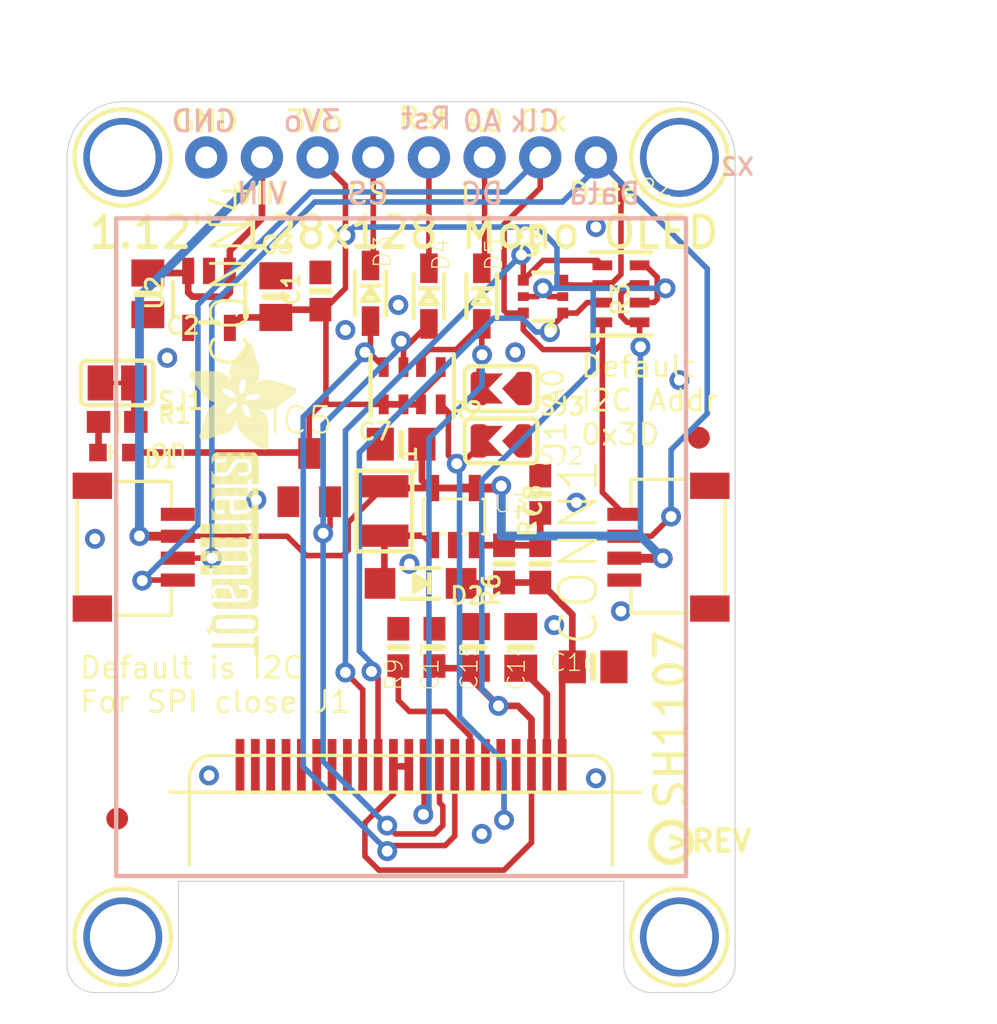
<source format=kicad_pcb>
(kicad_pcb (version 20171130) (host pcbnew 5.1.6-c6e7f7d~87~ubuntu18.04.1)
  (layers (0 Top signal) (31 Bottom signal) (34 B.Paste user) (35 F.Paste user) (36 B.SilkS user) (37 F.SilkS user) (38 B.Mask user) (39 F.Mask user) (44 Edge.Cuts user))
  (net 0 "")
  (net 1 GND)
  (net 2 3.3V)
  (net 3 VCC)
  (net 4 12V)
  (net 5 /SCL)
  (net 6 /SDA)
  (net 7 "Net-(D1-PadC)")
  (net 8 "Net-(R1-Pad2)")
  (net 9 "Net-(U2-Pad4)")
  (net 10 /D1/MOSI/SDA1_3.3V)
  (net 11 /D0/SCLK/SCK_3.3V)
  (net 12 /RST_3.3V)
  (net 13 "Net-(R2-Pad8)")
  (net 14 /CS_3.3V)
  (net 15 /CS_5.0V)
  (net 16 /RST_5.0V)
  (net 17 /DC/SA0_3.3V)
  (net 18 /DC/SA0_5.0V)
  (net 19 "Net-(R9-Pad2)")
  (net 20 "Net-(C14-Pad2)")
  (net 21 "Net-(C8-Pad2)")
  (net 22 "Net-(D2-PadA)")
  (module "Adafruit Monochrome 1.12in 128x128 OLED:0805-NO" (layer Top) (at 136.9441 93.4466 270)
    (fp_text reference C2 (at 1.905 -0.762) (layer F.SilkS) (effects (font (size 0.77216 0.77216) (thickness 0.138988)) (justify left bottom)))
    (fp_text value 10uF)
    (pad 2 smd rect (at 0.95 0 270) (size 1.24 1.5) (layers Top F.Paste F.Mask) (net 1 GND))
    (pad 1 smd rect (at -0.95 0 270) (size 1.24 1.5) (layers Top F.Paste F.Mask) (net 3 VCC))
  )
  (module "Adafruit Monochrome 1.12in 128x128 OLED:SOT23-5" (layer Top) (at 139.7381 93.7006 180)
    (fp_text reference U2 (at 2.032 -0.562 90) (layer F.SilkS) (effects (font (size 0.77216 0.77216) (thickness 0.138988)) (justify left bottom)))
    (fp_text value AP2112K-3.3)
    (pad 5 smd rect (at -0.95 -1.3001 180) (size 0.55 1.2) (layers Top F.Paste F.Mask) (net 2 3.3V))
    (pad 4 smd rect (at 0.95 -1.3001 180) (size 0.55 1.2) (layers Top F.Paste F.Mask) (net 9 "Net-(U2-Pad4)"))
    (pad 3 smd rect (at 0.95 1.3001 180) (size 0.55 1.2) (layers Top F.Paste F.Mask) (net 3 VCC))
    (pad 2 smd rect (at 0 1.3001 180) (size 0.55 1.2) (layers Top F.Paste F.Mask) (net 1 GND))
    (pad 1 smd rect (at -0.95 1.3001 180) (size 0.55 1.2) (layers Top F.Paste F.Mask) (net 3 VCC))
  )
  (module "Adafruit Monochrome 1.12in 128x128 OLED:0805-NO" (layer Top) (at 142.7861 93.5736 90)
    (fp_text reference C3 (at 1.905 -0.762) (layer F.SilkS) (effects (font (size 0.77216 0.77216) (thickness 0.138988)) (justify left bottom)))
    (fp_text value 10uF)
    (pad 2 smd rect (at 0.95 0 90) (size 1.24 1.5) (layers Top F.Paste F.Mask) (net 1 GND))
    (pad 1 smd rect (at -0.95 0 90) (size 1.24 1.5) (layers Top F.Paste F.Mask) (net 2 3.3V))
  )
  (module "Adafruit Monochrome 1.12in 128x128 OLED:0603-NO" (layer Top) (at 144.8181 93.3196 90)
    (fp_text reference C1 (at -0.762 -0.889 90) (layer F.SilkS) (effects (font (size 0.77216 0.77216) (thickness 0.138988)) (justify left bottom)))
    (fp_text value 0.1uF)
    (pad 2 smd rect (at 0.85 0 90) (size 1.075 1) (layers Top F.Paste F.Mask) (net 1 GND))
    (pad 1 smd rect (at -0.85 0 90) (size 1.075 1) (layers Top F.Paste F.Mask) (net 2 3.3V))
  )
  (module "Adafruit Monochrome 1.12in 128x128 OLED:RESPACK_4X0603" (layer Top) (at 158.5341 93.4466 90)
    (fp_text reference R3 (at -1.092 0.432 90) (layer F.SilkS) (effects (font (size 0.77216 0.77216) (thickness 0.138988)) (justify left bottom)))
    (fp_text value 10K)
    (pad 3 smd rect (at 0.4 0.85 90) (size 0.45 0.9) (layers Top F.Paste F.Mask) (net 3 VCC))
    (pad 2 smd rect (at -0.4 0.85 90) (size 0.45 0.9) (layers Top F.Paste F.Mask) (net 2 3.3V))
    (pad 4 smd rect (at 1.3 0.85 90) (size 0.45 0.9) (layers Top F.Paste F.Mask) (net 2 3.3V))
    (pad 5 smd rect (at 1.3 -0.85 90) (size 0.45 0.9) (layers Top F.Paste F.Mask) (net 10 /D1/MOSI/SDA1_3.3V))
    (pad 6 smd rect (at 0.4 -0.85 90) (size 0.45 0.9) (layers Top F.Paste F.Mask) (net 6 /SDA))
    (pad 7 smd rect (at -0.4 -0.85 90) (size 0.45 0.9) (layers Top F.Paste F.Mask) (net 11 /D0/SCLK/SCK_3.3V))
    (pad 1 smd rect (at -1.3 0.85 90) (size 0.45 0.9) (layers Top F.Paste F.Mask) (net 3 VCC))
    (pad 8 smd rect (at -1.3 -0.85 90) (size 0.45 0.9) (layers Top F.Paste F.Mask) (net 5 /SCL))
  )
  (module "Adafruit Monochrome 1.12in 128x128 OLED:SOT363" (layer Top) (at 154.9781 93.5736 90)
    (fp_text reference Q2 (at 1.651 -0.127 90) (layer F.SilkS) (effects (font (size 0.77216 0.77216) (thickness 0.138988)) (justify left bottom)))
    (fp_text value BSS138)
    (pad 6 smd rect (at -0.75 -0.9 90) (size 0.5 0.5) (layers Top F.Paste F.Mask) (net 5 /SCL))
    (pad 5 smd rect (at 0 -0.9 90) (size 0.4 0.5) (layers Top F.Paste F.Mask) (net 2 3.3V))
    (pad 4 smd rect (at 0.75 -0.9 90) (size 0.5 0.5) (layers Top F.Paste F.Mask) (net 10 /D1/MOSI/SDA1_3.3V))
    (pad 3 smd rect (at 0.75 0.9 90) (size 0.5 0.5) (layers Top F.Paste F.Mask) (net 6 /SDA))
    (pad 2 smd rect (at 0 0.9 90) (size 0.4 0.5) (layers Top F.Paste F.Mask) (net 2 3.3V))
    (pad 1 smd rect (at -0.75 0.9 90) (size 0.5 0.5) (layers Top F.Paste F.Mask) (net 11 /D0/SCLK/SCK_3.3V))
  )
  (module "Adafruit Monochrome 1.12in 128x128 OLED:MOUNTINGHOLE_3.0_PLATEDTHIN" (layer Top) (at 135.8011 87.2236)
    (fp_text reference U$1 hide)
    (fp_text value MOUNTINGHOLE3.0THIN hide)
    (pad P$1 thru_hole circle (at 0 0) (size 3.6 3.6) (drill 3) (layers *.Cu *.Mask))
  )
  (module "Adafruit Monochrome 1.12in 128x128 OLED:MOUNTINGHOLE_3.0_PLATEDTHIN" (layer Top) (at 161.2011 87.2236)
    (fp_text reference U$17 hide)
    (fp_text value MOUNTINGHOLE3.0THIN hide)
    (pad P$1 thru_hole circle (at 0 0) (size 3.6 3.6) (drill 3) (layers *.Cu *.Mask))
  )
  (module "Adafruit Monochrome 1.12in 128x128 OLED:JST_SH4" (layer Top) (at 135.8011 105.0036 270)
    (fp_text reference CONN4 (at -8.029 -5.9 90) (layer F.SilkS) (effects (font (size 1.6891 1.6891) (thickness 0.135128)) (justify left bottom)))
    (fp_text value STEMMA_I2C_QT hide)
    (pad MT2 smd rect (at 2.8 1.386) (size 1.8 1.2) (layers Top F.Paste F.Mask))
    (pad MT1 smd rect (at -2.8 1.386) (size 1.8 1.2) (layers Top F.Paste F.Mask))
    (pad 4 smd rect (at 1.5 -2.514) (size 1.55 0.6) (layers Top F.Paste F.Mask) (net 5 /SCL))
    (pad 1 smd rect (at -1.5 -2.514) (size 1.55 0.6) (layers Top F.Paste F.Mask) (net 1 GND))
    (pad 3 smd rect (at 0.5 -2.514) (size 1.55 0.6) (layers Top F.Paste F.Mask) (net 6 /SDA))
    (pad 2 smd rect (at -0.5 -2.514) (size 1.55 0.6) (layers Top F.Paste F.Mask) (net 3 VCC))
  )
  (module "Adafruit Monochrome 1.12in 128x128 OLED:FIDUCIAL_1MM" (layer Top) (at 135.5471 117.3861)
    (fp_text reference FID3 hide)
    (fp_text value FIDUCIAL_1MM hide)
    (pad 1 smd roundrect (at 0 0) (size 1 1) (layers Top F.Mask) (roundrect_rratio 0.5))
  )
  (module "Adafruit Monochrome 1.12in 128x128 OLED:FIDUCIAL_1MM" (layer Top) (at 162.0901 100.0125)
    (fp_text reference FID4 hide)
    (fp_text value FIDUCIAL_1MM hide)
    (pad 1 smd roundrect (at 0 0) (size 1 1) (layers Top F.Mask) (roundrect_rratio 0.5))
  )
  (module "Adafruit Monochrome 1.12in 128x128 OLED:MOUNTINGHOLE_3.0_PLATEDTHIN" (layer Top) (at 135.8011 122.7836)
    (fp_text reference U$19 hide)
    (fp_text value MOUNTINGHOLE3.0THIN hide)
    (pad P$1 thru_hole circle (at 0 0) (size 3.6 3.6) (drill 3) (layers *.Cu *.Mask))
  )
  (module "Adafruit Monochrome 1.12in 128x128 OLED:MOUNTINGHOLE_3.0_PLATEDTHIN" (layer Top) (at 161.2011 122.7836)
    (fp_text reference U$21 hide)
    (fp_text value MOUNTINGHOLE3.0THIN hide)
    (pad P$1 thru_hole circle (at 0 0) (size 3.6 3.6) (drill 3) (layers *.Cu *.Mask))
  )
  (module "Adafruit Monochrome 1.12in 128x128 OLED:PCBFEAT-REV-040" (layer Top) (at 160.8201 118.4656)
    (fp_text reference U$25 hide)
    (fp_text value "" hide)
    (fp_text user >REV (at -0.3556 0.508) (layer F.SilkS) (effects (font (size 0.9652 0.9652) (thickness 0.2032)) (justify left bottom)))
  )
  (module "Adafruit Monochrome 1.12in 128x128 OLED:STEMMAQT" (layer Top) (at 139.3571 100.6856 270)
    (fp_text reference U$31 hide)
    (fp_text value "" hide)
  )
  (module "Adafruit Monochrome 1.12in 128x128 OLED:CHIPLED_0603_NOOUTLINE" (layer Top) (at 135.4201 100.6856 90)
    (fp_text reference D1 (at -0.762 1.27) (layer F.SilkS) (effects (font (size 0.77216 0.77216) (thickness 0.138988)) (justify left bottom)))
    (fp_text value GREEN)
    (pad A smd rect (at 0 0.75 90) (size 0.8 0.8) (layers Top F.Paste F.Mask) (net 2 3.3V))
    (pad C smd rect (at 0 -0.75 90) (size 0.8 0.8) (layers Top F.Paste F.Mask) (net 7 "Net-(D1-PadC)"))
  )
  (module "Adafruit Monochrome 1.12in 128x128 OLED:0603-NO" (layer Top) (at 135.5471 99.2886)
    (fp_text reference R1 (at 1.778 0.127) (layer F.SilkS) (effects (font (size 0.77216 0.77216) (thickness 0.138988)) (justify left bottom)))
    (fp_text value 10K)
    (pad 2 smd rect (at 0.85 0) (size 1.075 1) (layers Top F.Paste F.Mask) (net 8 "Net-(R1-Pad2)"))
    (pad 1 smd rect (at -0.85 0) (size 1.075 1) (layers Top F.Paste F.Mask) (net 7 "Net-(D1-PadC)"))
  )
  (module "Adafruit Monochrome 1.12in 128x128 OLED:SOT23" (layer Top) (at 144.3101 101.8286)
    (fp_text reference IC5 (at -1.905 -1.905) (layer F.SilkS) (effects (font (size 1.2065 1.2065) (thickness 0.09652)) (justify left bottom)))
    (fp_text value APX803)
    (pad 1 smd rect (at -0.95 1.1) (size 1 1.4) (layers Top F.Paste F.Mask) (net 1 GND))
    (pad 2 smd rect (at 0.95 1.1) (size 1 1.4) (layers Top F.Paste F.Mask) (net 12 /RST_3.3V))
    (pad 3 smd rect (at 0 -1.1) (size 1 1.4) (layers Top F.Paste F.Mask) (net 2 3.3V))
  )
  (module "Adafruit Monochrome 1.12in 128x128 OLED:SOLDERJUMPER_ARROW_NOPASTE" (layer Top) (at 153.0731 100.155 180)
    (fp_text reference SJ2 (at -1.651 -1.143) (layer F.SilkS) (effects (font (size 0.77216 0.77216) (thickness 0.077216)) (justify left bottom)))
    (fp_text value SOLDERJUMPER)
    (fp_poly (pts (xy -0.077 -0.6866) (xy 0.5842 0) (xy -0.077 0.6866) (xy 1.293 0.6866) (xy 1.293 -0.6866)) (layer Top) (width 0))
    (fp_poly (pts (xy -1.293 -0.6866) (xy -0.6715 -0.6866) (xy -0.0349 0) (xy -0.7215 0.6866) (xy -1.293 0.6866)) (layer Top) (width 0))
    (pad 2 smd roundrect (at 1.016 0 180) (size 0.762 1.524) (layers Top F.Mask) (net 13 "Net-(R2-Pad8)"))
    (pad 1 smd roundrect (at -1.016 0 180) (size 0.762 1.524) (layers Top F.Mask) (net 1 GND))
  )
  (module "Adafruit Monochrome 1.12in 128x128 OLED:SOD-323" (layer Top) (at 147.1041 93.4212 270)
    (fp_text reference D3 (at -1.1 -1 90) (layer F.SilkS) (effects (font (size 0.77216 0.77216) (thickness 0.061772)) (justify left bottom)))
    (fp_text value 1N4148)
    (pad A smd rect (at 1.27 0 270) (size 1.35 0.8) (layers Top F.Paste F.Mask) (net 14 /CS_3.3V))
    (pad C smd rect (at -1.27 0 270) (size 1.35 0.8) (layers Top F.Paste F.Mask) (net 15 /CS_5.0V))
  )
  (module "Adafruit Monochrome 1.12in 128x128 OLED:SOD-323" (layer Top) (at 149.7711 93.5482 270)
    (fp_text reference D4 (at -1.1 -1 90) (layer F.SilkS) (effects (font (size 0.77216 0.77216) (thickness 0.061772)) (justify left bottom)))
    (fp_text value 1N4148)
    (pad A smd rect (at 1.27 0 270) (size 1.35 0.8) (layers Top F.Paste F.Mask) (net 12 /RST_3.3V))
    (pad C smd rect (at -1.27 0 270) (size 1.35 0.8) (layers Top F.Paste F.Mask) (net 16 /RST_5.0V))
  )
  (module "Adafruit Monochrome 1.12in 128x128 OLED:SOD-323" (layer Top) (at 152.1841 93.5482 270)
    (fp_text reference D5 (at -1.1 -1 90) (layer F.SilkS) (effects (font (size 0.77216 0.77216) (thickness 0.061772)) (justify left bottom)))
    (fp_text value 1N4148)
    (pad A smd rect (at 1.27 0 270) (size 1.35 0.8) (layers Top F.Paste F.Mask) (net 17 /DC/SA0_3.3V))
    (pad C smd rect (at -1.27 0 270) (size 1.35 0.8) (layers Top F.Paste F.Mask) (net 18 /DC/SA0_5.0V))
  )
  (module "Adafruit Monochrome 1.12in 128x128 OLED:1X08_ROUND_76" (layer Top) (at 148.5011 87.2236 180)
    (fp_text reference JP2 (at -10.2362 -1.8288) (layer F.SilkS) (effects (font (size 0.77216 0.77216) (thickness 0.077216)) (justify left bottom)))
    (fp_text value HEADER-1X876MIL)
    (pad 8 thru_hole circle (at 8.89 0 270) (size 1.9304 1.9304) (drill 1) (layers *.Cu *.Mask) (net 1 GND))
    (pad 7 thru_hole circle (at 6.35 0 270) (size 1.9304 1.9304) (drill 1) (layers *.Cu *.Mask) (net 3 VCC))
    (pad 6 thru_hole circle (at 3.81 0 270) (size 1.9304 1.9304) (drill 1) (layers *.Cu *.Mask) (net 2 3.3V))
    (pad 5 thru_hole circle (at 1.27 0 270) (size 1.9304 1.9304) (drill 1) (layers *.Cu *.Mask) (net 15 /CS_5.0V))
    (pad 4 thru_hole circle (at -1.27 0 270) (size 1.9304 1.9304) (drill 1) (layers *.Cu *.Mask) (net 16 /RST_5.0V))
    (pad 3 thru_hole circle (at -3.81 0 270) (size 1.9304 1.9304) (drill 1) (layers *.Cu *.Mask) (net 18 /DC/SA0_5.0V))
    (pad 2 thru_hole circle (at -6.35 0 270) (size 1.9304 1.9304) (drill 1) (layers *.Cu *.Mask) (net 5 /SCL))
    (pad 1 thru_hole circle (at -8.89 0 270) (size 1.9304 1.9304) (drill 1) (layers *.Cu *.Mask) (net 6 /SDA))
  )
  (module "Adafruit Monochrome 1.12in 128x128 OLED:0603-NO" (layer Top) (at 148.3741 109.5756 270)
    (fp_text reference R9 (at 2.032 -0.254 90) (layer F.SilkS) (effects (font (size 0.77216 0.77216) (thickness 0.061772)) (justify left bottom)))
    (fp_text value 390K)
    (pad 2 smd rect (at 0.85 0 270) (size 1.075 1) (layers Top F.Paste F.Mask) (net 19 "Net-(R9-Pad2)"))
    (pad 1 smd rect (at -0.85 0 270) (size 1.075 1) (layers Top F.Paste F.Mask) (net 1 GND))
  )
  (module "Adafruit Monochrome 1.12in 128x128 OLED:0805-NO" (layer Top) (at 153.9621 109.5756 270)
    (fp_text reference C14 (at 2.032 -0.254 90) (layer F.SilkS) (effects (font (size 0.77216 0.77216) (thickness 0.061772)) (justify left bottom)))
    (fp_text value 10uF)
    (pad 2 smd rect (at 0.95 0 270) (size 1.24 1.5) (layers Top F.Paste F.Mask) (net 20 "Net-(C14-Pad2)"))
    (pad 1 smd rect (at -0.95 0 270) (size 1.24 1.5) (layers Top F.Paste F.Mask) (net 1 GND))
  )
  (module "Adafruit Monochrome 1.12in 128x128 OLED:0805-NO" (layer Top) (at 151.8031 109.5756 270)
    (fp_text reference C15 (at 2.032 -0.254 90) (layer F.SilkS) (effects (font (size 0.77216 0.77216) (thickness 0.061772)) (justify left bottom)))
    (fp_text value 10uF)
    (pad 2 smd rect (at 0.95 0 270) (size 1.24 1.5) (layers Top F.Paste F.Mask) (net 2 3.3V))
    (pad 1 smd rect (at -0.95 0 270) (size 1.24 1.5) (layers Top F.Paste F.Mask) (net 1 GND))
  )
  (module "Adafruit Monochrome 1.12in 128x128 OLED:0805-NO" (layer Top) (at 157.2641 110.4646 180)
    (fp_text reference C16 (at 2.032 -0.254) (layer F.SilkS) (effects (font (size 0.77216 0.77216) (thickness 0.061772)) (justify left bottom)))
    (fp_text value 10uF)
    (pad 2 smd rect (at 0.95 0 180) (size 1.24 1.5) (layers Top F.Paste F.Mask) (net 4 12V))
    (pad 1 smd rect (at -0.95 0 180) (size 1.24 1.5) (layers Top F.Paste F.Mask) (net 1 GND))
  )
  (module "Adafruit Monochrome 1.12in 128x128 OLED:0603-NO" (layer Top) (at 150.0251 109.5756 270)
    (fp_text reference C17 (at 2.032 -0.254 90) (layer F.SilkS) (effects (font (size 0.77216 0.77216) (thickness 0.061772)) (justify left bottom)))
    (fp_text value 1uF)
    (pad 2 smd rect (at 0.85 0 270) (size 1.075 1) (layers Top F.Paste F.Mask) (net 2 3.3V))
    (pad 1 smd rect (at -0.85 0 270) (size 1.075 1) (layers Top F.Paste F.Mask) (net 1 GND))
  )
  (module "Adafruit Monochrome 1.12in 128x128 OLED:JST_SH4" (layer Top) (at 161.2011 105.0036 90)
    (fp_text reference CONN1 (at -4.6 -3.614 90) (layer F.SilkS) (effects (font (size 1.6891 1.6891) (thickness 0.135128)) (justify left bottom)))
    (fp_text value STEMMA_I2C_QT hide)
    (pad MT2 smd rect (at 2.8 1.386 180) (size 1.8 1.2) (layers Top F.Paste F.Mask))
    (pad MT1 smd rect (at -2.8 1.386 180) (size 1.8 1.2) (layers Top F.Paste F.Mask))
    (pad 4 smd rect (at 1.5 -2.514 180) (size 1.55 0.6) (layers Top F.Paste F.Mask) (net 5 /SCL))
    (pad 1 smd rect (at -1.5 -2.514 180) (size 1.55 0.6) (layers Top F.Paste F.Mask) (net 1 GND))
    (pad 3 smd rect (at 0.5 -2.514 180) (size 1.55 0.6) (layers Top F.Paste F.Mask) (net 6 /SDA))
    (pad 2 smd rect (at -0.5 -2.514 180) (size 1.55 0.6) (layers Top F.Paste F.Mask) (net 3 VCC))
  )
  (module "Adafruit Monochrome 1.12in 128x128 OLED:RESPACK_4X0603" (layer Top) (at 149.0091 97.6376 180)
    (fp_text reference R2 (at -1.6 -1.6) (layer F.SilkS) (effects (font (size 0.77216 0.77216) (thickness 0.138988)) (justify left bottom)))
    (fp_text value 10K)
    (pad 3 smd rect (at 0.4 0.85 180) (size 0.45 0.9) (layers Top F.Paste F.Mask) (net 12 /RST_3.3V))
    (pad 2 smd rect (at -0.4 0.85 180) (size 0.45 0.9) (layers Top F.Paste F.Mask) (net 17 /DC/SA0_3.3V))
    (pad 4 smd rect (at 1.3 0.85 180) (size 0.45 0.9) (layers Top F.Paste F.Mask) (net 14 /CS_3.3V))
    (pad 5 smd rect (at 1.3 -0.85 180) (size 0.45 0.9) (layers Top F.Paste F.Mask) (net 2 3.3V))
    (pad 6 smd rect (at 0.4 -0.85 180) (size 0.45 0.9) (layers Top F.Paste F.Mask) (net 2 3.3V))
    (pad 7 smd rect (at -0.4 -0.85 180) (size 0.45 0.9) (layers Top F.Paste F.Mask) (net 2 3.3V))
    (pad 1 smd rect (at -1.3 0.85 180) (size 0.45 0.9) (layers Top F.Paste F.Mask) (net 2 3.3V))
    (pad 8 smd rect (at -1.3 -0.85 180) (size 0.45 0.9) (layers Top F.Paste F.Mask) (net 13 "Net-(R2-Pad8)"))
  )
  (module "Adafruit Monochrome 1.12in 128x128 OLED:SOLDERJUMPER_ARROW_NOPASTE" (layer Top) (at 153.0731 97.7646 180)
    (fp_text reference SJ3 (at -1.651 -1.27) (layer F.SilkS) (effects (font (size 0.77216 0.77216) (thickness 0.138988)) (justify left bottom)))
    (fp_text value SOLDERJUMPER)
    (fp_poly (pts (xy -0.077 -0.6866) (xy 0.5842 0) (xy -0.077 0.6866) (xy 1.293 0.6866) (xy 1.293 -0.6866)) (layer Top) (width 0))
    (fp_poly (pts (xy -1.293 -0.6866) (xy -0.6715 -0.6866) (xy -0.0349 0) (xy -0.7215 0.6866) (xy -1.293 0.6866)) (layer Top) (width 0))
    (pad 2 smd roundrect (at 1.016 0 180) (size 0.762 1.524) (layers Top F.Mask) (net 17 /DC/SA0_3.3V))
    (pad 1 smd roundrect (at -1.016 0 180) (size 0.762 1.524) (layers Top F.Mask) (net 1 GND))
  )
  (module "Adafruit Monochrome 1.12in 128x128 OLED:ADAFRUIT_5MM" (layer Top) (at 138.8491 100.5586)
    (fp_text reference U$8 hide)
    (fp_text value "" hide)
  )
  (module "Adafruit Monochrome 1.12in 128x128 OLED:SOT23-5@1" (layer Top) (at 150.9141 103.6066)
    (fp_text reference U3 (at 1.778 -0.127) (layer F.SilkS) (effects (font (size 0.77216 0.77216) (thickness 0.061772)) (justify left bottom)))
    (fp_text value FAN5331SX)
    (pad 5 smd rect (at -0.95 -1.3001) (size 0.55 1.2) (layers Top F.Paste F.Mask) (net 3 VCC))
    (pad 4 smd rect (at 0.95 -1.3001) (size 0.55 1.2) (layers Top F.Paste F.Mask) (net 3 VCC))
    (pad 3 smd rect (at 0.95 1.3001) (size 0.55 1.2) (layers Top F.Paste F.Mask) (net 21 "Net-(C8-Pad2)"))
    (pad 2 smd rect (at 0 1.3001) (size 0.55 1.2) (layers Top F.Paste F.Mask) (net 1 GND))
    (pad 1 smd rect (at -0.95 1.3001) (size 0.55 1.2) (layers Top F.Paste F.Mask) (net 22 "Net-(D2-PadA)"))
  )
  (module "Adafruit Monochrome 1.12in 128x128 OLED:0805-NO" (layer Top) (at 148.5011 100.3046 180)
    (fp_text reference C7 (at 2.032 0.127) (layer F.SilkS) (effects (font (size 0.77216 0.77216) (thickness 0.138988)) (justify left bottom)))
    (fp_text value 10uF)
    (pad 2 smd rect (at 0.95 0 180) (size 1.24 1.5) (layers Top F.Paste F.Mask) (net 1 GND))
    (pad 1 smd rect (at -0.95 0 180) (size 1.24 1.5) (layers Top F.Paste F.Mask) (net 3 VCC))
  )
  (module "Adafruit Monochrome 1.12in 128x128 OLED:INDUCTOR_1007" (layer Top) (at 147.7391 103.3526 270)
    (fp_text reference L1 (at -1.524 -1.524 90) (layer F.SilkS) (effects (font (size 0.77216 0.77216) (thickness 0.138988)) (justify left bottom)))
    (fp_text value 10uH)
    (pad P$2 smd rect (at 1.127 0 270) (size 1.016 2.2) (layers Top F.Paste F.Mask) (net 22 "Net-(D2-PadA)"))
    (pad P$1 smd rect (at -1.127 0 270) (size 1.016 2.2) (layers Top F.Paste F.Mask) (net 3 VCC))
  )
  (module "Adafruit Monochrome 1.12in 128x128 OLED:SOD-123" (layer Top) (at 149.3901 106.6546 180)
    (fp_text reference D2 (at -1.27 -1.016) (layer F.SilkS) (effects (font (size 0.77216 0.77216) (thickness 0.138988)) (justify left bottom)))
    (fp_text value MBR120)
    (pad A smd rect (at 1.85 0 270) (size 1.4 1.4) (layers Top F.Paste F.Mask) (net 22 "Net-(D2-PadA)"))
    (pad C smd rect (at -1.85 0 270) (size 1.4 1.4) (layers Top F.Paste F.Mask) (net 4 12V))
  )
  (module "Adafruit Monochrome 1.12in 128x128 OLED:0603-NO" (layer Top) (at 153.2001 105.7656 270)
    (fp_text reference R6 (at 2.032 0.127 90) (layer F.SilkS) (effects (font (size 0.77216 0.77216) (thickness 0.138988)) (justify left bottom)))
    (fp_text value 100K)
    (pad 2 smd rect (at 0.85 0 270) (size 1.075 1) (layers Top F.Paste F.Mask) (net 4 12V))
    (pad 1 smd rect (at -0.85 0 270) (size 1.075 1) (layers Top F.Paste F.Mask) (net 21 "Net-(C8-Pad2)"))
  )
  (module "Adafruit Monochrome 1.12in 128x128 OLED:0603-NO" (layer Top) (at 154.8511 102.5906 270)
    (fp_text reference R7 (at 2.032 0.127 90) (layer F.SilkS) (effects (font (size 0.77216 0.77216) (thickness 0.138988)) (justify left bottom)))
    (fp_text value 10K)
    (pad 2 smd rect (at 0.85 0 270) (size 1.075 1) (layers Top F.Paste F.Mask) (net 21 "Net-(C8-Pad2)"))
    (pad 1 smd rect (at -0.85 0 270) (size 1.075 1) (layers Top F.Paste F.Mask) (net 1 GND))
  )
  (module "Adafruit Monochrome 1.12in 128x128 OLED:0603-NO" (layer Top) (at 154.8511 105.7656 90)
    (fp_text reference C8 (at 2.032 0.127 90) (layer F.SilkS) (effects (font (size 0.77216 0.77216) (thickness 0.138988)) (justify left bottom)))
    (fp_text value 0.1uF)
    (pad 2 smd rect (at 0.85 0 90) (size 1.075 1) (layers Top F.Paste F.Mask) (net 21 "Net-(C8-Pad2)"))
    (pad 1 smd rect (at -0.85 0 90) (size 1.075 1) (layers Top F.Paste F.Mask) (net 4 12V))
  )
  (module "Adafruit Monochrome 1.12in 128x128 OLED:OLED_1.12IN_128X128MONO" (layer Bottom) (at 148.5011 105.0036 180)
    (fp_text reference X2 (at -14.525 16.9) (layer B.SilkS) (effects (font (size 0.77216 0.77216) (thickness 0.138988)) (justify right bottom mirror)))
    (fp_text value OLED_1.12_128X128_MONO)
    (pad "" np_thru_hole circle (at 8.65 -13.5 180) (size 1 1) (drill 1) (layers *.Cu *.Mask))
    (pad "" np_thru_hole circle (at -8.65 -13.5 180) (size 1 1) (drill 1) (layers *.Cu *.Mask))
    (pad 22 smd rect (at 7.35 -10 180) (size 0.4 2.5) (layers Top F.Mask) (net 1 GND))
    (pad 21 smd rect (at 6.65 -10 180) (size 0.4 2.5) (layers Top F.Mask) (net 1 GND))
    (pad 20 smd rect (at 5.95 -10 180) (size 0.4 2.5) (layers Top F.Mask) (net 1 GND))
    (pad 19 smd rect (at 5.25 -10 180) (size 0.4 2.5) (layers Top F.Mask) (net 1 GND))
    (pad 18 smd rect (at 4.55 -10 180) (size 0.4 2.5) (layers Top F.Mask) (net 1 GND))
    (pad 17 smd rect (at 3.85 -10 180) (size 0.4 2.5) (layers Top F.Mask) (net 1 GND))
    (pad 16 smd rect (at 3.15 -10 180) (size 0.4 2.5) (layers Top F.Mask) (net 1 GND))
    (pad 15 smd rect (at 2.45 -10 180) (size 0.4 2.5) (layers Top F.Mask) (net 1 GND))
    (pad 14 smd rect (at 1.75 -10 180) (size 0.4 2.5) (layers Top F.Mask) (net 10 /D1/MOSI/SDA1_3.3V))
    (pad 13 smd rect (at 1.05 -10 180) (size 0.4 2.5) (layers Top F.Mask) (net 11 /D0/SCLK/SCK_3.3V))
    (pad 12 smd rect (at 0.35 -10 180) (size 0.4 2.5) (layers Top F.Mask) (net 2 3.3V))
    (pad 11 smd rect (at -0.35 -10 180) (size 0.4 2.5) (layers Top F.Mask) (net 2 3.3V))
    (pad 10 smd rect (at -1.05 -10 180) (size 0.4 2.5) (layers Top F.Mask) (net 17 /DC/SA0_3.3V))
    (pad 9 smd rect (at -1.75 -10 180) (size 0.4 2.5) (layers Top F.Mask) (net 12 /RST_3.3V))
    (pad 8 smd rect (at -2.45 -10 180) (size 0.4 2.5) (layers Top F.Mask) (net 14 /CS_3.3V))
    (pad 7 smd rect (at -3.15 -10 180) (size 0.4 2.5) (layers Top F.Mask) (net 19 "Net-(R9-Pad2)"))
    (pad 6 smd rect (at -3.85 -10 180) (size 0.4 2.5) (layers Top F.Mask) (net 1 GND))
    (pad 5 smd rect (at -4.55 -10 180) (size 0.4 2.5) (layers Top F.Mask) (net 13 "Net-(R2-Pad8)"))
    (pad 4 smd rect (at -5.25 -10 180) (size 0.4 2.5) (layers Top F.Mask) (net 1 GND))
    (pad 3 smd rect (at -5.95 -10 180) (size 0.4 2.5) (layers Top F.Mask) (net 2 3.3V))
    (pad 2 smd rect (at -6.65 -10 180) (size 0.4 2.5) (layers Top F.Mask) (net 20 "Net-(C14-Pad2)"))
    (pad 1 smd rect (at -7.35 -10 180) (size 0.4 2.5) (layers Top F.Mask) (net 4 12V))
  )
  (module "Adafruit Monochrome 1.12in 128x128 OLED:SOLDERJUMPER_CLOSEDWIRE" (layer Top) (at 135.5471 97.5106 180)
    (fp_text reference SJ1 (at -1.778 -1.27) (layer F.SilkS) (effects (font (size 0.77216 0.77216) (thickness 0.138988)) (justify left bottom)))
    (fp_text value SOLDERJUMPERCLOSED)
    (pad WIRE smd rect (at 0 0) (size 0.635 0.2032) (layers Top F.Mask))
    (pad 2 smd rect (at 0.762 0 180) (size 1.1684 1.6002) (layers Top F.Mask) (net 1 GND))
    (pad 1 smd rect (at -0.762 0 180) (size 1.1684 1.6002) (layers Top F.Mask) (net 8 "Net-(R1-Pad2)"))
  )
  (gr_line (start 159.9311 125.3236) (end 162.4711 125.3236) (layer Edge.Cuts) (width 0.05))
  (gr_arc (start 162.4711 124.0536) (end 162.4711 125.3236) (angle -90) (layer Edge.Cuts) (width 0.05))
  (gr_line (start 163.7411 124.0536) (end 163.7411 87.2236) (layer Edge.Cuts) (width 0.05))
  (gr_arc (start 161.2011 87.2236) (end 163.7411 87.2236) (angle -90) (layer Edge.Cuts) (width 0.05))
  (gr_line (start 161.2011 84.6836) (end 135.8011 84.6836) (layer Edge.Cuts) (width 0.05))
  (gr_arc (start 135.8011 87.2236) (end 135.8011 84.6836) (angle -90) (layer Edge.Cuts) (width 0.05))
  (gr_line (start 133.2611 87.2236) (end 133.2611 124.0536) (layer Edge.Cuts) (width 0.05))
  (gr_arc (start 134.5311 124.0536) (end 133.2611 124.0536) (angle -90) (layer Edge.Cuts) (width 0.05))
  (gr_line (start 134.5311 125.3236) (end 137.0711 125.3236) (layer Edge.Cuts) (width 0.05))
  (gr_arc (start 137.0711 124.0536) (end 137.0711 125.3236) (angle -90) (layer Edge.Cuts) (width 0.05))
  (gr_line (start 138.3411 124.0536) (end 138.3411 120.2436) (layer Edge.Cuts) (width 0.05))
  (gr_line (start 138.3411 120.2436) (end 158.6611 120.2436) (layer Edge.Cuts) (width 0.05))
  (gr_text VIN (at 142.1511 88.8746) (layer B.SilkS) (effects (font (size 0.9652 0.9652) (thickness 0.14224)) (justify mirror)))
  (gr_text 3Vo (at 144.4371 85.5726) (layer B.SilkS) (effects (font (size 0.9652 0.9652) (thickness 0.14224)) (justify mirror)))
  (gr_text GND (at 139.4841 85.5726) (layer B.SilkS) (effects (font (size 0.9652 0.9652) (thickness 0.14224)) (justify mirror)))
  (gr_text Clk (at 154.5971 85.5726) (layer B.SilkS) (effects (font (size 0.9652 0.9652) (thickness 0.14224)) (justify mirror)))
  (gr_text Data (at 157.7721 88.8746) (layer B.SilkS) (effects (font (size 0.9652 0.9652) (thickness 0.14224)) (justify mirror)))
  (gr_text Rst (at 149.6441 85.4456) (layer B.SilkS) (effects (font (size 0.9652 0.9652) (thickness 0.14224)) (justify mirror)))
  (gr_text "1.12\" 128x128 Mono OLED" (at 148.6281 90.6526) (layer F.SilkS) (effects (font (size 1.39954 1.39954) (thickness 0.22098))))
  (gr_text on (at 136.9441 101.0666) (layer F.SilkS) (effects (font (size 0.9652 0.9652) (thickness 0.12192)) (justify left bottom)))
  (gr_text CS (at 146.9771 88.8746) (layer B.SilkS) (effects (font (size 0.9652 0.9652) (thickness 0.14224)) (justify mirror)))
  (gr_text DC (at 152.1841 88.8746) (layer B.SilkS) (effects (font (size 0.9652 0.9652) (thickness 0.14224)) (justify mirror)))
  (gr_text A0 (at 152.1841 85.5726) (layer B.SilkS) (effects (font (size 0.9652 0.9652) (thickness 0.14224)) (justify mirror)))
  (gr_text "Default is I2C\nFor SPI close J1" (at 133.7691 112.6236) (layer F.SilkS) (effects (font (size 0.9652 0.9652) (thickness 0.12192)) (justify left bottom)))
  (gr_text J1 (at 154.9781 99.1616 90) (layer F.SilkS) (effects (font (size 0.9652 0.9652) (thickness 0.12192)) (justify right top)))
  (gr_text 3Vo (at 144.5641 85.5726) (layer F.SilkS) (effects (font (size 0.9652 0.9652) (thickness 0.14224))))
  (gr_text GND (at 139.6111 85.5726) (layer F.SilkS) (effects (font (size 0.9652 0.9652) (thickness 0.14224))))
  (gr_text Clk (at 154.9781 85.5726) (layer F.SilkS) (effects (font (size 0.9652 0.9652) (thickness 0.14224))))
  (gr_text Rst (at 149.5171 85.4456) (layer F.SilkS) (effects (font (size 0.9652 0.9652) (thickness 0.14224))))
  (gr_text A0 (at 152.3111 85.5726) (layer F.SilkS) (effects (font (size 0.9652 0.9652) (thickness 0.14224))))
  (gr_text VIN (at 142.1511 88.8746) (layer F.SilkS) (effects (font (size 0.9652 0.9652) (thickness 0.14224))))
  (gr_text Data (at 157.7721 88.8746) (layer F.SilkS) (effects (font (size 0.9652 0.9652) (thickness 0.14224))))
  (gr_text CS (at 146.9771 88.8746) (layer F.SilkS) (effects (font (size 0.9652 0.9652) (thickness 0.14224))))
  (gr_text DC (at 152.1841 88.8746) (layer F.SilkS) (effects (font (size 0.9652 0.9652) (thickness 0.14224))))
  (gr_text "Default\nI2C Addr\n0x3D" (at 156.6291 100.4316) (layer F.SilkS) (effects (font (size 0.9652 0.9652) (thickness 0.12192)) (justify left bottom)))
  (gr_text A0 (at 155.9941 98.6536 90) (layer F.SilkS) (effects (font (size 0.9652 0.9652) (thickness 0.12192)) (justify left bottom)))
  (gr_line (start 137.9601 116.1796) (end 159.4231 116.1796) (layer F.SilkS) (width 0.1524))
  (gr_text SH1107 (at 160.8201 112.8776 90) (layer F.SilkS) (effects (font (size 1.39954 1.39954) (thickness 0.22098))))
  (gr_line (start 158.6611 120.2436) (end 158.6611 124.0536) (layer Edge.Cuts) (width 0.05))
  (gr_arc (start 159.9311 124.0536) (end 158.6611 124.0536) (angle -90) (layer Edge.Cuts) (width 0.05))
  (via (at 156.5021 102.9716) (size 0.9064) (drill 0.5) (layers Top Bottom) (net 1))
  (via (at 148.8821 105.7656) (size 0.9064) (drill 0.5) (layers Top Bottom) (net 1))
  (via (at 155.4861 108.5596) (size 0.9064) (drill 0.5) (layers Top Bottom) (net 1))
  (via (at 158.5341 107.9246) (size 0.9064) (drill 0.5) (layers Top Bottom) (net 1))
  (via (at 141.8971 102.8446) (size 0.9064) (drill 0.5) (layers Top Bottom) (net 1))
  (via (at 145.9611 95.0976) (size 0.9064) (drill 0.5) (layers Top Bottom) (net 1))
  (via (at 148.3741 93.9546) (size 0.9064) (drill 0.5) (layers Top Bottom) (net 1))
  (via (at 153.7081 96.1136) (size 0.9064) (drill 0.5) (layers Top Bottom) (net 1))
  (via (at 161.2011 97.3836) (size 0.9064) (drill 0.5) (layers Top Bottom) (net 1))
  (via (at 157.3911 90.3986) (size 0.9064) (drill 0.5) (layers Top Bottom) (net 1))
  (via (at 137.8331 96.3676) (size 0.9064) (drill 0.5) (layers Top Bottom) (net 1))
  (via (at 134.5311 104.6226) (size 0.9064) (drill 0.5) (layers Top Bottom) (net 1))
  (via (at 139.7381 115.4176) (size 0.9064) (drill 0.5) (layers Top Bottom) (net 1))
  (via (at 157.3911 115.5446) (size 0.9064) (drill 0.5) (layers Top Bottom) (net 1))
  (via (at 152.1841 118.0846) (size 0.9064) (drill 0.5) (layers Top Bottom) (net 1))
  (segment (start 155.8781 92.8236) (end 156.0979 93.0434) (width 0.254) (layer Top) (net 6))
  (segment (start 156.0979 93.0434) (end 156.264875 93.0434) (width 0.254) (layer Top) (net 6))
  (segment (start 156.264875 93.0434) (end 156.268075 93.0466) (width 0.254) (layer Top) (net 6))
  (segment (start 156.268075 93.0466) (end 157.6841 93.0466) (width 0.254) (layer Top) (net 6))
  (segment (start 157.6841 93.0466) (end 158.0451 93.0466) (width 0.254) (layer Top) (net 6))
  (segment (start 158.0451 93.0466) (end 158.5341 92.5576) (width 0.254) (layer Top) (net 6))
  (segment (start 158.5341 92.5576) (end 158.5341 88.3666) (width 0.254) (layer Top) (net 6))
  (segment (start 158.5341 88.3666) (end 157.3911 87.2236) (width 0.254) (layer Top) (net 6))
  (segment (start 157.3911 87.2236) (end 157.6451 87.4776) (width 0.254) (layer Bottom) (net 6))
  (segment (start 157.6451 87.4776) (end 162.4711 92.3036) (width 0.254) (layer Bottom) (net 6))
  (segment (start 160.8201 100.5586) (end 160.8201 103.6066) (width 0.254) (layer Bottom) (net 6))
  (via (at 160.8201 103.6066) (size 0.9064) (drill 0.5) (layers Top Bottom) (net 6))
  (segment (start 160.8201 103.6066) (end 159.9231 104.5036) (width 0.254) (layer Top) (net 6))
  (segment (start 159.9231 104.5036) (end 158.6871 104.5036) (width 0.254) (layer Top) (net 6))
  (segment (start 162.4711 92.3036) (end 162.4711 98.9076) (width 0.254) (layer Bottom) (net 6))
  (segment (start 162.4711 98.9076) (end 160.8201 100.5586) (width 0.254) (layer Bottom) (net 6))
  (segment (start 138.3151 105.5036) (end 139.8571 105.5036) (width 0.254) (layer Top) (net 6))
  (segment (start 139.8571 105.5036) (end 139.8651 105.5116) (width 0.254) (layer Top) (net 6))
  (via (at 139.8651 105.5116) (size 0.9064) (drill 0.5) (layers Top Bottom) (net 6))
  (segment (start 139.8651 105.5116) (end 139.8651 93.9546) (width 0.254) (layer Bottom) (net 6))
  (segment (start 155.8671 89.2556) (end 157.6451 87.4776) (width 0.254) (layer Bottom) (net 6))
  (segment (start 139.8651 93.9546) (end 144.5641 89.2556) (width 0.254) (layer Bottom) (net 6))
  (segment (start 144.5641 89.2556) (end 155.8671 89.2556) (width 0.254) (layer Bottom) (net 6))
  (segment (start 157.6841 95.6936) (end 157.3911 95.9866) (width 0.254) (layer Top) (net 5))
  (segment (start 157.3911 95.9866) (end 154.9781 95.9866) (width 0.254) (layer Top) (net 5))
  (segment (start 154.0781 95.0866) (end 154.0781 94.3236) (width 0.254) (layer Top) (net 5))
  (segment (start 154.9781 95.9866) (end 154.0781 95.0866) (width 0.254) (layer Top) (net 5))
  (segment (start 154.0781 94.3236) (end 153.3151 94.3236) (width 0.254) (layer Top) (net 5))
  (segment (start 153.3151 94.3236) (end 153.2001 94.2086) (width 0.254) (layer Top) (net 5))
  (segment (start 153.2001 94.2086) (end 153.2001 90.2716) (width 0.254) (layer Top) (net 5))
  (segment (start 154.8511 88.6206) (end 154.8511 87.2236) (width 0.254) (layer Top) (net 5))
  (segment (start 153.2001 90.2716) (end 154.8511 88.6206) (width 0.254) (layer Top) (net 5))
  (segment (start 158.6871 103.5036) (end 157.6841 102.5006) (width 0.254) (layer Top) (net 5))
  (segment (start 157.6841 102.5006) (end 157.6841 95.6936) (width 0.254) (layer Top) (net 5))
  (segment (start 157.6841 95.6936) (end 157.6841 94.7466) (width 0.254) (layer Top) (net 5))
  (segment (start 138.3151 106.5036) (end 136.7141 106.5036) (width 0.254) (layer Top) (net 5))
  (segment (start 136.7141 106.5036) (end 136.6901 106.5276) (width 0.254) (layer Top) (net 5))
  (via (at 136.6901 106.5276) (size 0.9064) (drill 0.5) (layers Top Bottom) (net 5))
  (segment (start 136.6901 106.5276) (end 139.2301 103.9876) (width 0.254) (layer Bottom) (net 5))
  (segment (start 144.374718 88.7984) (end 153.2763 88.7984) (width 0.254) (layer Bottom) (net 5))
  (segment (start 153.2763 88.7984) (end 154.8511 87.2236) (width 0.254) (layer Bottom) (net 5))
  (segment (start 139.2301 93.943019) (end 144.374718 88.7984) (width 0.254) (layer Bottom) (net 5))
  (segment (start 139.2301 103.9876) (end 139.2301 93.943019) (width 0.254) (layer Bottom) (net 5))
  (segment (start 140.6881 95.0007) (end 141.1652 94.5236) (width 0.3048) (layer Top) (net 2))
  (segment (start 141.1652 94.5236) (end 142.7861 94.5236) (width 0.3048) (layer Top) (net 2))
  (segment (start 142.7861 94.5236) (end 143.1401 94.1696) (width 0.3048) (layer Top) (net 2))
  (segment (start 143.1401 94.1696) (end 144.8181 94.1696) (width 0.3048) (layer Top) (net 2))
  (segment (start 144.8181 94.1696) (end 144.8181 94.3356) (width 0.3048) (layer Top) (net 2))
  (segment (start 147.7091 98.4876) (end 148.6091 98.4876) (width 0.3048) (layer Top) (net 2))
  (segment (start 148.6091 98.4876) (end 149.4091 98.4876) (width 0.3048) (layer Top) (net 2))
  (segment (start 136.1701 100.6856) (end 144.2671 100.6856) (width 0.3048) (layer Top) (net 2))
  (segment (start 144.2671 100.6856) (end 144.3101 100.7286) (width 0.3048) (layer Top) (net 2))
  (segment (start 148.1511 115.0036) (end 148.8511 115.0036) (width 0.3048) (layer Top) (net 2))
  (segment (start 150.0251 110.4646) (end 150.0251 110.4256) (width 0.3048) (layer Top) (net 2))
  (segment (start 151.8031 110.5256) (end 150.0861 110.5256) (width 0.3048) (layer Top) (net 2))
  (segment (start 150.0861 110.5256) (end 150.0251 110.4646) (width 0.3048) (layer Top) (net 2))
  (segment (start 154.4511 115.0036) (end 154.4511 112.8586) (width 0.3048) (layer Top) (net 2))
  (segment (start 153.8351 112.2426) (end 152.9461 112.2426) (width 0.3048) (layer Top) (net 2))
  (segment (start 151.8031 111.0996) (end 152.7556 112.0521) (width 0.3048) (layer Top) (net 2))
  (segment (start 151.8031 111.0996) (end 151.8031 110.5256) (width 0.3048) (layer Top) (net 2))
  (segment (start 154.4511 112.8586) (end 153.8351 112.2426) (width 0.3048) (layer Top) (net 2))
  (segment (start 154.9781 93.1926) (end 154.9781 93.3086) (width 0.254) (layer Top) (net 2))
  (segment (start 154.9781 93.3086) (end 154.7131 93.5736) (width 0.254) (layer Top) (net 2))
  (segment (start 154.7131 93.5736) (end 154.0781 93.5736) (width 0.254) (layer Top) (net 2))
  (segment (start 159.3841 93.8466) (end 160.0391 93.8466) (width 0.254) (layer Top) (net 2))
  (segment (start 160.0391 93.8466) (end 160.1851 93.7006) (width 0.254) (layer Top) (net 2))
  (segment (start 160.1851 93.7006) (end 160.1851 93.1926) (width 0.254) (layer Top) (net 2))
  (segment (start 160.1851 93.1926) (end 160.1851 92.6846) (width 0.254) (layer Top) (net 2))
  (segment (start 160.1851 92.6846) (end 159.6471 92.1466) (width 0.254) (layer Top) (net 2))
  (segment (start 159.6471 92.1466) (end 159.3841 92.1466) (width 0.254) (layer Top) (net 2))
  (via (at 154.9781 93.1926) (size 0.9064) (drill 0.5) (layers Top Bottom) (net 2))
  (segment (start 155.8781 93.5736) (end 155.2431 93.5736) (width 0.254) (layer Top) (net 2))
  (segment (start 155.2431 93.5736) (end 154.9781 93.3086) (width 0.254) (layer Top) (net 2))
  (segment (start 154.9781 93.1926) (end 155.6131 93.1926) (width 0.254) (layer Bottom) (net 2))
  (via (at 160.5661 93.1926) (size 0.9064) (drill 0.5) (layers Top Bottom) (net 2))
  (segment (start 155.6131 93.1926) (end 157.2641 93.1926) (width 0.254) (layer Bottom) (net 2))
  (segment (start 157.2641 93.1926) (end 160.5661 93.1926) (width 0.254) (layer Bottom) (net 2))
  (segment (start 160.5661 93.1926) (end 160.1851 93.1926) (width 0.254) (layer Top) (net 2))
  (segment (start 144.6911 87.2236) (end 145.9611 88.4936) (width 0.254) (layer Top) (net 2))
  (segment (start 145.9611 93.1926) (end 144.8181 94.3356) (width 0.254) (layer Top) (net 2))
  (segment (start 145.9611 90.7796) (end 145.9611 93.1926) (width 0.254) (layer Top) (net 2))
  (segment (start 148.1511 115.0036) (end 148.1511 116.2756) (width 0.254) (layer Top) (net 2))
  (segment (start 148.1511 116.2756) (end 146.8501 117.5766) (width 0.254) (layer Top) (net 2))
  (segment (start 146.8501 117.5766) (end 146.8501 119.1006) (width 0.254) (layer Top) (net 2))
  (segment (start 154.4511 118.4846) (end 154.4511 115.0036) (width 0.254) (layer Top) (net 2))
  (segment (start 146.8501 119.1006) (end 147.4851 119.7356) (width 0.254) (layer Top) (net 2))
  (segment (start 147.4851 119.7356) (end 153.2001 119.7356) (width 0.254) (layer Top) (net 2))
  (segment (start 153.2001 119.7356) (end 154.4511 118.4846) (width 0.254) (layer Top) (net 2))
  (segment (start 149.4091 98.4876) (end 149.4091 97.9996) (width 0.254) (layer Top) (net 2))
  (segment (start 147.7091 98.4876) (end 145.0721 98.4876) (width 0.254) (layer Top) (net 2))
  (segment (start 145.0721 98.4876) (end 144.8571 98.4876) (width 0.254) (layer Top) (net 2))
  (segment (start 144.3101 99.0346) (end 144.3101 100.7286) (width 0.254) (layer Top) (net 2))
  (segment (start 144.8571 98.4876) (end 144.3101 99.0346) (width 0.254) (layer Top) (net 2))
  (segment (start 144.8181 94.1696) (end 145.0721 94.4236) (width 0.254) (layer Top) (net 2))
  (segment (start 145.0721 94.4236) (end 145.0721 98.4876) (width 0.254) (layer Top) (net 2))
  (segment (start 157.2641 96.8756) (end 152.1841 101.9556) (width 0.254) (layer Bottom) (net 2))
  (segment (start 157.2641 93.1926) (end 157.2641 96.8756) (width 0.254) (layer Bottom) (net 2))
  (segment (start 152.7556 112.0521) (end 152.9461 112.2426) (width 0.254) (layer Top) (net 2))
  (via (at 152.9461 112.2426) (size 0.9064) (drill 0.5) (layers Top Bottom) (net 2))
  (segment (start 152.9461 112.2426) (end 152.1841 111.4806) (width 0.254) (layer Bottom) (net 2))
  (segment (start 152.1841 111.4806) (end 152.1841 101.9556) (width 0.254) (layer Bottom) (net 2))
  (segment (start 150.3091 97.0996) (end 150.3091 96.7876) (width 0.254) (layer Top) (net 2))
  (segment (start 149.4091 97.9996) (end 150.3091 97.0996) (width 0.254) (layer Top) (net 2))
  (via (at 145.9611 90.7796) (size 0.9064) (drill 0.5) (layers Top Bottom) (net 2))
  (segment (start 145.9611 88.4936) (end 145.9611 90.7796) (width 0.254) (layer Top) (net 2))
  (segment (start 145.9611 90.7796) (end 146.3421 90.3986) (width 0.254) (layer Bottom) (net 2))
  (segment (start 146.3421 90.3986) (end 154.7241 90.3986) (width 0.254) (layer Bottom) (net 2))
  (segment (start 154.7241 90.3986) (end 155.6131 91.2876) (width 0.254) (layer Bottom) (net 2))
  (segment (start 155.6131 91.2876) (end 155.6131 93.1926) (width 0.254) (layer Bottom) (net 2))
  (segment (start 142.1511 87.2236) (end 142.1511 90.0176) (width 0.3048) (layer Top) (net 3))
  (segment (start 140.6881 91.4806) (end 140.6881 92.4005) (width 0.3048) (layer Top) (net 3))
  (segment (start 142.1511 90.0176) (end 140.6881 91.4806) (width 0.3048) (layer Top) (net 3))
  (segment (start 138.7881 92.4005) (end 138.7881 93.3856) (width 0.3048) (layer Top) (net 3))
  (segment (start 138.7881 93.3856) (end 138.9761 93.5736) (width 0.3048) (layer Top) (net 3))
  (segment (start 138.9761 93.5736) (end 140.5001 93.5736) (width 0.3048) (layer Top) (net 3))
  (segment (start 140.5001 93.5736) (end 140.6881 93.3856) (width 0.3048) (layer Top) (net 3))
  (segment (start 140.6881 93.3856) (end 140.6881 92.4005) (width 0.3048) (layer Top) (net 3))
  (segment (start 138.7881 92.4005) (end 138.692 92.4966) (width 0.3048) (layer Top) (net 3))
  (segment (start 138.692 92.4966) (end 136.9441 92.4966) (width 0.3048) (layer Top) (net 3))
  (segment (start 149.9641 102.3065) (end 151.2951 102.3065) (width 0.3048) (layer Top) (net 3))
  (segment (start 151.2951 102.3065) (end 151.8641 102.3065) (width 0.3048) (layer Top) (net 3))
  (segment (start 151.8641 102.3065) (end 149.802 102.3065) (width 0.3048) (layer Top) (net 3))
  (segment (start 149.802 102.3065) (end 149.4511 101.9556) (width 0.3048) (layer Top) (net 3))
  (segment (start 149.4511 101.9556) (end 149.4511 100.3046) (width 0.3048) (layer Top) (net 3))
  (segment (start 147.7391 102.2256) (end 147.82 102.3065) (width 0.3048) (layer Top) (net 3))
  (segment (start 147.82 102.3065) (end 149.9641 102.3065) (width 0.3048) (layer Top) (net 3))
  (segment (start 136.5711 104.5036) (end 138.3151 104.5036) (width 0.4064) (layer Top) (net 3))
  (segment (start 136.5711 104.5036) (end 136.5631 104.4956) (width 0.4064) (layer Top) (net 3))
  (via (at 136.5631 104.4956) (size 0.9064) (drill 0.5) (layers Top Bottom) (net 3))
  (segment (start 153.0731 104.4956) (end 159.4231 104.4956) (width 0.4064) (layer Bottom) (net 3))
  (segment (start 159.4231 104.4956) (end 160.4391 105.5116) (width 0.4064) (layer Bottom) (net 3))
  (via (at 160.4391 105.5116) (size 0.9064) (drill 0.5) (layers Top Bottom) (net 3))
  (segment (start 160.4391 105.5116) (end 158.6951 105.5116) (width 0.4064) (layer Top) (net 3))
  (segment (start 158.6951 105.5116) (end 158.6871 105.5036) (width 0.4064) (layer Top) (net 3))
  (segment (start 151.2951 102.3065) (end 152.9762 102.3065) (width 0.4064) (layer Top) (net 3))
  (segment (start 152.9762 102.3065) (end 153.0731 102.2096) (width 0.4064) (layer Top) (net 3))
  (via (at 153.0731 102.2096) (size 0.9064) (drill 0.5) (layers Top Bottom) (net 3))
  (segment (start 153.0731 102.2096) (end 153.0731 104.4956) (width 0.4064) (layer Bottom) (net 3))
  (segment (start 142.1511 87.2236) (end 142.1511 87.9856) (width 0.4064) (layer Bottom) (net 3))
  (segment (start 142.1511 87.9856) (end 136.5631 93.5736) (width 0.4064) (layer Bottom) (net 3))
  (segment (start 136.5631 104.4956) (end 136.5631 93.5736) (width 0.4064) (layer Bottom) (net 3))
  (segment (start 159.3841 93.0466) (end 158.9341 93.0466) (width 0.254) (layer Top) (net 3))
  (segment (start 158.9341 93.0466) (end 158.5341 93.4466) (width 0.254) (layer Top) (net 3))
  (segment (start 158.5341 93.4466) (end 158.5341 94.4626) (width 0.254) (layer Top) (net 3))
  (segment (start 158.5341 94.4626) (end 158.8181 94.7466) (width 0.254) (layer Top) (net 3))
  (segment (start 158.8181 94.7466) (end 159.3841 94.7466) (width 0.254) (layer Top) (net 3))
  (segment (start 159.3841 94.7466) (end 159.3841 95.8206) (width 0.254) (layer Top) (net 3))
  (segment (start 159.3841 95.8206) (end 159.4231 95.8596) (width 0.254) (layer Top) (net 3))
  (via (at 159.4231 95.8596) (size 0.9064) (drill 0.5) (layers Top Bottom) (net 3))
  (segment (start 159.4231 95.8596) (end 159.4231 104.4956) (width 0.254) (layer Bottom) (net 3))
  (segment (start 138.3151 104.5036) (end 143.3021 104.5036) (width 0.254) (layer Top) (net 3))
  (segment (start 144.1831 105.3846) (end 145.8341 105.3846) (width 0.254) (layer Top) (net 3))
  (segment (start 145.8341 105.3846) (end 146.0881 105.1306) (width 0.254) (layer Top) (net 3))
  (segment (start 146.0881 103.8766) (end 147.7391 102.2256) (width 0.254) (layer Top) (net 3))
  (segment (start 143.3021 104.5036) (end 144.1831 105.3846) (width 0.254) (layer Top) (net 3))
  (segment (start 146.0881 105.1306) (end 146.0881 103.8766) (width 0.254) (layer Top) (net 3))
  (segment (start 134.6971 99.2886) (end 134.6971 100.6586) (width 0.3048) (layer Top) (net 7))
  (segment (start 134.6971 100.6586) (end 134.6701 100.6856) (width 0.3048) (layer Top) (net 7))
  (segment (start 155.8781 94.3236) (end 155.9941 94.3236) (width 0.254) (layer Top) (net 11))
  (segment (start 155.9941 94.3236) (end 156.5141 94.3236) (width 0.254) (layer Top) (net 11))
  (segment (start 156.9911 93.8466) (end 157.6841 93.8466) (width 0.254) (layer Top) (net 11))
  (segment (start 156.5141 94.3236) (end 156.9911 93.8466) (width 0.254) (layer Top) (net 11))
  (segment (start 147.4511 115.0036) (end 147.4511 110.9737) (width 0.254) (layer Top) (net 11))
  (segment (start 147.4511 110.9737) (end 147.15005 110.67265) (width 0.254) (layer Top) (net 11))
  (via (at 147.15005 110.67265) (size 0.9064) (drill 0.5) (layers Top Bottom) (net 11))
  (segment (start 147.15005 110.67265) (end 147.15005 110.29165) (width 0.254) (layer Bottom) (net 11))
  (segment (start 147.15005 110.29165) (end 146.5961 109.7377) (width 0.254) (layer Bottom) (net 11))
  (segment (start 146.5961 100.6856) (end 146.5961 109.7377) (width 0.254) (layer Bottom) (net 11))
  (segment (start 146.5961 100.6856) (end 152.7255 94.5562) (width 0.254) (layer Bottom) (net 11))
  (segment (start 154.6556 95.1912) (end 154.0206 94.5562) (width 0.254) (layer Bottom) (net 11))
  (segment (start 154.6556 95.1912) (end 155.2906 95.1912) (width 0.254) (layer Bottom) (net 11))
  (segment (start 154.0206 94.5562) (end 152.7255 94.5562) (width 0.254) (layer Bottom) (net 11))
  (via (at 155.2906 95.1912) (size 0.9064) (drill 0.5) (layers Top Bottom) (net 11))
  (segment (start 155.2906 95.1912) (end 155.20855 95.10915) (width 0.254) (layer Top) (net 11))
  (segment (start 155.20855 95.10915) (end 155.9941 94.3236) (width 0.254) (layer Top) (net 11))
  (segment (start 154.0781 92.8236) (end 154.9791 91.9226) (width 0.254) (layer Top) (net 10))
  (segment (start 157.4601 91.9226) (end 157.6841 92.1466) (width 0.254) (layer Top) (net 10))
  (segment (start 154.9791 91.9226) (end 157.4601 91.9226) (width 0.254) (layer Top) (net 10))
  (segment (start 146.7511 115.0036) (end 146.7511 111.5086) (width 0.254) (layer Top) (net 10))
  (segment (start 146.7511 111.5086) (end 145.9611 110.7186) (width 0.254) (layer Top) (net 10))
  (via (at 145.9611 110.7186) (size 0.9064) (drill 0.5) (layers Top Bottom) (net 10))
  (segment (start 145.9611 99.691) (end 145.9611 110.7186) (width 0.254) (layer Bottom) (net 10))
  (segment (start 145.9611 99.691) (end 153.9835 91.6686) (width 0.254) (layer Bottom) (net 10))
  (via (at 153.9835 91.6686) (size 0.9064) (drill 0.5) (layers Top Bottom) (net 10))
  (segment (start 153.9835 91.6686) (end 154.0781 91.7632) (width 0.254) (layer Top) (net 10))
  (segment (start 154.0781 91.7632) (end 154.0781 92.8236) (width 0.254) (layer Top) (net 10))
  (segment (start 153.0511 115.0036) (end 153.2001 115.1526) (width 0.254) (layer Top) (net 13))
  (segment (start 153.2001 115.1526) (end 153.2001 117.4496) (width 0.254) (layer Top) (net 13))
  (via (at 153.2001 117.4496) (size 0.9064) (drill 0.5) (layers Top Bottom) (net 13))
  (segment (start 153.2001 117.4496) (end 153.2001 114.7826) (width 0.254) (layer Bottom) (net 13))
  (segment (start 153.2001 114.7826) (end 151.1681 112.7506) (width 0.254) (layer Bottom) (net 13))
  (segment (start 151.1681 101.3206) (end 151.0411 101.1936) (width 0.254) (layer Bottom) (net 13))
  (segment (start 151.1681 101.3206) (end 151.1681 112.7506) (width 0.254) (layer Bottom) (net 13))
  (via (at 151.0411 101.1936) (size 0.9064) (drill 0.5) (layers Top Bottom) (net 13))
  (segment (start 151.0411 101.1936) (end 150.6601 100.8126) (width 0.254) (layer Top) (net 13))
  (segment (start 150.6601 98.8386) (end 150.3091 98.4876) (width 0.254) (layer Top) (net 13))
  (segment (start 150.6601 100.8126) (end 150.6601 98.8386) (width 0.254) (layer Top) (net 13))
  (segment (start 151.2725 101.1936) (end 151.0411 101.1936) (width 0.254) (layer Top) (net 13))
  (segment (start 152.0571 100.155) (end 152.0571 100.409) (width 0.254) (layer Top) (net 13))
  (segment (start 152.0571 100.409) (end 151.2725 101.1936) (width 0.254) (layer Top) (net 13))
  (segment (start 147.1041 94.6912) (end 147.1041 96.1826) (width 0.254) (layer Top) (net 14))
  (segment (start 147.1041 96.1826) (end 147.2601 96.3386) (width 0.254) (layer Top) (net 14))
  (segment (start 147.2601 96.3386) (end 147.7091 96.7876) (width 0.254) (layer Top) (net 14))
  (segment (start 147.2601 96.3386) (end 147.0751 96.3386) (width 0.254) (layer Top) (net 14))
  (segment (start 147.0751 96.3386) (end 146.8501 96.1136) (width 0.254) (layer Top) (net 14))
  (via (at 146.8501 96.1136) (size 0.9064) (drill 0.5) (layers Top Bottom) (net 14))
  (segment (start 146.8501 96.1136) (end 146.8501 96.250419) (width 0.254) (layer Bottom) (net 14))
  (segment (start 146.8501 96.250419) (end 144.0347 99.065819) (width 0.254) (layer Bottom) (net 14))
  (segment (start 144.0347 99.065819) (end 144.0347 115.0152) (width 0.254) (layer Bottom) (net 14))
  (segment (start 147.8661 118.868) (end 147.8661 118.8466) (width 0.254) (layer Bottom) (net 14))
  (segment (start 147.8661 118.8466) (end 144.0347 115.0152) (width 0.254) (layer Bottom) (net 14))
  (via (at 147.8661 118.868) (size 0.9064) (drill 0.5) (layers Top Bottom) (net 14))
  (segment (start 150.5117 118.614) (end 148.1201 118.614) (width 0.254) (layer Top) (net 14))
  (segment (start 147.8661 118.868) (end 148.1201 118.614) (width 0.254) (layer Top) (net 14))
  (segment (start 150.9511 118.1746) (end 150.9511 115.0036) (width 0.254) (layer Top) (net 14))
  (segment (start 150.5117 118.614) (end 150.9511 118.1746) (width 0.254) (layer Top) (net 14))
  (segment (start 148.6091 96.7876) (end 148.6091 95.9802) (width 0.254) (layer Top) (net 12))
  (segment (start 148.6091 95.9802) (end 149.7711 94.8182) (width 0.254) (layer Top) (net 12))
  (segment (start 150.2511 115.0036) (end 150.2511 116.6596) (width 0.254) (layer Top) (net 12))
  (segment (start 150.2511 116.6596) (end 150.4061 116.8146) (width 0.254) (layer Top) (net 12))
  (segment (start 150.4061 116.8146) (end 150.4061 117.7036) (width 0.254) (layer Top) (net 12))
  (segment (start 150.4061 117.7036) (end 150.0251 118.0846) (width 0.254) (layer Top) (net 12))
  (segment (start 150.0251 118.0846) (end 148.2471 118.0846) (width 0.254) (layer Top) (net 12))
  (segment (start 148.2471 118.0846) (end 147.8661 117.7036) (width 0.254) (layer Top) (net 12))
  (via (at 147.8661 117.7036) (size 0.9064) (drill 0.5) (layers Top Bottom) (net 12))
  (segment (start 147.8661 117.7036) (end 144.9451 114.7826) (width 0.254) (layer Bottom) (net 12))
  (via (at 144.9451 104.3686) (size 0.9064) (drill 0.5) (layers Top Bottom) (net 12))
  (segment (start 144.9451 104.3686) (end 144.9631 104.3686) (width 0.254) (layer Top) (net 12))
  (segment (start 145.2601 104.0716) (end 144.9631 104.3686) (width 0.254) (layer Top) (net 12))
  (segment (start 145.2601 104.0716) (end 145.2601 102.9286) (width 0.254) (layer Top) (net 12))
  (segment (start 144.9451 104.3686) (end 144.9451 114.7826) (width 0.254) (layer Bottom) (net 12))
  (segment (start 144.9451 104.3686) (end 144.9451 99.4156) (width 0.254) (layer Bottom) (net 12))
  (segment (start 148.5011 95.8596) (end 148.5011 95.6056) (width 0.254) (layer Bottom) (net 12))
  (via (at 148.5011 95.6056) (size 0.9064) (drill 0.5) (layers Top Bottom) (net 12))
  (segment (start 148.5011 95.6056) (end 148.6091 95.7136) (width 0.254) (layer Top) (net 12))
  (segment (start 148.6091 95.7136) (end 148.6091 95.9802) (width 0.254) (layer Top) (net 12))
  (segment (start 144.9451 99.4156) (end 148.5011 95.8596) (width 0.254) (layer Bottom) (net 12))
  (segment (start 149.4091 96.7876) (end 149.4091 96.3486) (width 0.254) (layer Top) (net 17))
  (segment (start 149.4091 96.3486) (end 149.7711 95.9866) (width 0.254) (layer Top) (net 17))
  (segment (start 151.0157 95.9866) (end 152.1841 94.8182) (width 0.254) (layer Top) (net 17))
  (segment (start 149.7711 95.9866) (end 151.0157 95.9866) (width 0.254) (layer Top) (net 17))
  (segment (start 152.0571 97.7646) (end 152.0571 96.739994) (width 0.254) (layer Top) (net 17))
  (segment (start 152.1968 96.600294) (end 152.0571 96.739994) (width 0.254) (layer Top) (net 17))
  (segment (start 152.1968 96.600294) (end 152.1968 96.2279) (width 0.254) (layer Top) (net 17))
  (segment (start 152.1841 96.2279) (end 152.1841 94.8182) (width 0.254) (layer Top) (net 17))
  (segment (start 152.1841 96.2279) (end 152.1968 96.2279) (width 0.254) (layer Top) (net 17))
  (segment (start 149.5511 115.0036) (end 149.5511 117.1616) (width 0.254) (layer Top) (net 17))
  (segment (start 149.5511 117.1616) (end 149.5171 117.1956) (width 0.254) (layer Top) (net 17))
  (via (at 149.5171 117.1956) (size 0.9064) (drill 0.5) (layers Top Bottom) (net 17))
  (segment (start 149.5171 117.1956) (end 149.7711 116.9416) (width 0.254) (layer Bottom) (net 17))
  (segment (start 149.7711 100.0506) (end 149.7711 116.9416) (width 0.254) (layer Bottom) (net 17))
  (segment (start 152.1968 97.6249) (end 152.1968 96.2279) (width 0.254) (layer Bottom) (net 17))
  (via (at 152.1968 96.2279) (size 0.9064) (drill 0.5) (layers Top Bottom) (net 17))
  (segment (start 149.7711 100.0506) (end 152.1968 97.6249) (width 0.254) (layer Bottom) (net 17))
  (segment (start 147.2311 87.2236) (end 147.2311 92.0242) (width 0.254) (layer Top) (net 15))
  (segment (start 147.2311 92.0242) (end 147.1041 92.1512) (width 0.254) (layer Top) (net 15))
  (segment (start 149.7711 87.2236) (end 149.7711 92.2782) (width 0.254) (layer Top) (net 16))
  (segment (start 152.3111 87.2236) (end 152.3111 92.1512) (width 0.254) (layer Top) (net 18))
  (segment (start 152.3111 92.1512) (end 152.1841 92.2782) (width 0.254) (layer Top) (net 18))
  (segment (start 151.6511 115.0036) (end 151.6511 113.6146) (width 0.254) (layer Top) (net 19))
  (segment (start 150.5331 112.4966) (end 148.8821 112.4966) (width 0.254) (layer Top) (net 19))
  (segment (start 148.8821 112.4966) (end 148.3741 111.9886) (width 0.254) (layer Top) (net 19))
  (segment (start 148.3741 111.9886) (end 148.3741 110.4256) (width 0.254) (layer Top) (net 19))
  (segment (start 151.6511 113.6146) (end 150.5331 112.4966) (width 0.254) (layer Top) (net 19))
  (segment (start 155.1511 115.0036) (end 155.1511 111.7146) (width 0.3048) (layer Top) (net 20))
  (segment (start 155.1511 111.7146) (end 153.9621 110.5256) (width 0.3048) (layer Top) (net 20))
  (segment (start 155.8511 115.0036) (end 155.8511 110.9276) (width 0.3048) (layer Top) (net 4))
  (segment (start 155.8511 110.9276) (end 156.3141 110.4646) (width 0.3048) (layer Top) (net 4))
  (segment (start 153.2001 106.6156) (end 154.8511 106.6156) (width 0.3048) (layer Top) (net 4))
  (segment (start 153.2001 106.6156) (end 153.1611 106.6546) (width 0.3048) (layer Top) (net 4))
  (segment (start 153.1611 106.6546) (end 151.2401 106.6546) (width 0.3048) (layer Top) (net 4))
  (segment (start 154.8511 106.6156) (end 156.3141 108.0786) (width 0.3048) (layer Top) (net 4))
  (segment (start 156.3141 108.0786) (end 156.3141 110.4646) (width 0.3048) (layer Top) (net 4))
  (segment (start 149.9641 104.9067) (end 149.537 104.4796) (width 0.3048) (layer Top) (net 22))
  (segment (start 149.537 104.4796) (end 147.7391 104.4796) (width 0.3048) (layer Top) (net 22))
  (segment (start 147.7391 104.4796) (end 147.7391 106.4556) (width 0.3048) (layer Top) (net 22))
  (segment (start 147.7391 106.4556) (end 147.5401 106.6546) (width 0.3048) (layer Top) (net 22))
  (segment (start 154.8511 103.4406) (end 154.8511 104.9156) (width 0.3048) (layer Top) (net 21))
  (segment (start 154.8511 104.9156) (end 153.2001 104.9156) (width 0.3048) (layer Top) (net 21))
  (segment (start 153.2001 104.9156) (end 151.873 104.9156) (width 0.3048) (layer Top) (net 21))
  (segment (start 151.873 104.9156) (end 151.8641 104.9067) (width 0.3048) (layer Top) (net 21))
  (segment (start 136.3091 97.5106) (end 136.3091 99.2006) (width 0.254) (layer Top) (net 8))
  (segment (start 136.3091 99.2006) (end 136.3971 99.2886) (width 0.254) (layer Top) (net 8))
)
</source>
